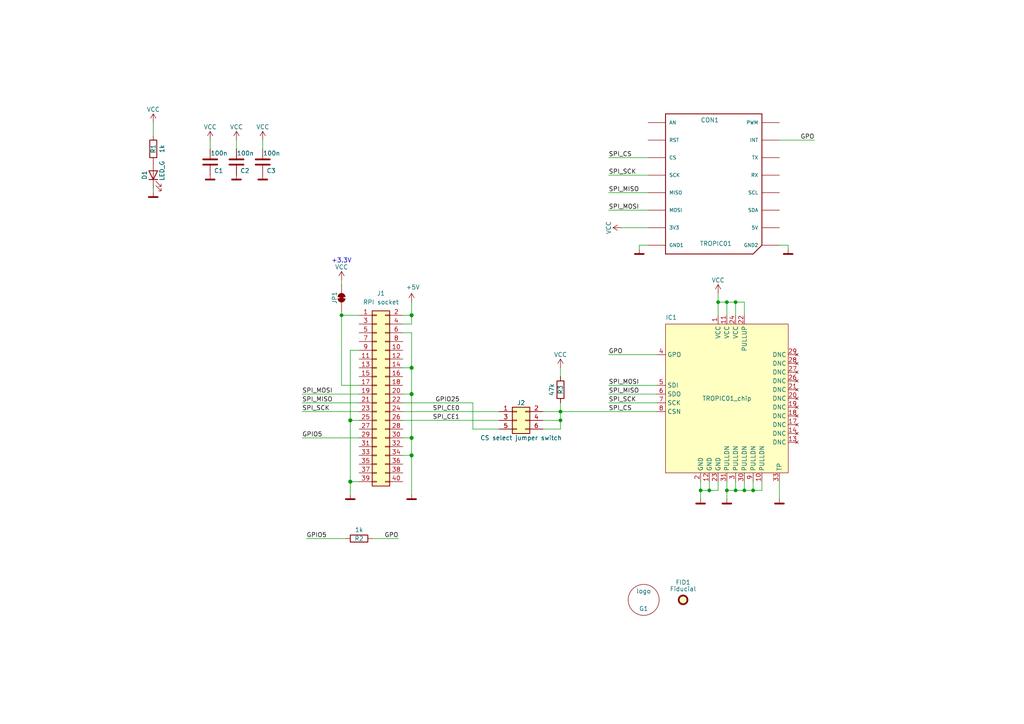
<source format=kicad_sch>
(kicad_sch (version 20231120) (generator "eeschema") (generator_version "8.0")
  (paper "A4")
  (title_block (title "TROPIC01 Raspberry PI  shield") (date "2025-02-18") (rev "TS1501"))
  (lib_symbols
    (symbol "Connector_Generic:Conn_02x03_Odd_Even" (pin_names (offset 1.016) hide)
      (property "Reference" "J" (at 1.27 5.08 0))
      (property "Value" "Conn_02x03_Odd_Even" (at 1.27 -5.08 0))
      (symbol "Conn_02x03_Odd_Even_1_1"
        (rectangle (start -1.27 -2.413) (end 0 -2.667) (stroke (width 0.1524)))
        (rectangle (start -1.27 0.127) (end 0 -0.127) (stroke (width 0.1524)))
        (rectangle (start -1.27 2.667) (end 0 2.413) (stroke (width 0.1524)))
        (rectangle (start -1.27 3.81) (end 3.81 -3.81) (stroke (width 0.254)) (fill (type background)))
        (rectangle (start 3.81 -2.413) (end 2.54 -2.667) (stroke (width 0.1524)))
        (rectangle (start 3.81 0.127) (end 2.54 -0.127) (stroke (width 0.1524)))
        (rectangle (start 3.81 2.667) (end 2.54 2.413) (stroke (width 0.1524)))
        (pin passive line (at -5.08 2.54 0) (length 3.81) (name "Pin_1") (number "1"))
        (pin passive line (at 7.62 2.54 180) (length 3.81) (name "Pin_2") (number "2"))
        (pin passive line (at -5.08 0 0) (length 3.81) (name "Pin_3") (number "3"))
        (pin passive line (at 7.62 0 180) (length 3.81) (name "Pin_4") (number "4"))
        (pin passive line (at -5.08 -2.54 0) (length 3.81) (name "Pin_5") (number "5"))
        (pin passive line (at 7.62 -2.54 180) (length 3.81) (name "Pin_6") (number "6"))
      )
    )
    (symbol "Connector_Generic:Conn_02x20_Odd_Even" (pin_names (offset 1.016) hide)
      (property "Reference" "J" (at 1.27 25.4 0))
      (property "Value" "Conn_02x20_Odd_Even" (at 1.27 -27.94 0))
      (symbol "Conn_02x20_Odd_Even_1_1"
        (rectangle (start -1.27 -25.273) (end 0 -25.527) (stroke (width 0.1524)))
        (rectangle (start -1.27 -22.733) (end 0 -22.987) (stroke (width 0.1524)))
        (rectangle (start -1.27 -20.193) (end 0 -20.447) (stroke (width 0.1524)))
        (rectangle (start -1.27 -17.653) (end 0 -17.907) (stroke (width 0.1524)))
        (rectangle (start -1.27 -15.113) (end 0 -15.367) (stroke (width 0.1524)))
        (rectangle (start -1.27 -12.573) (end 0 -12.827) (stroke (width 0.1524)))
        (rectangle (start -1.27 -10.033) (end 0 -10.287) (stroke (width 0.1524)))
        (rectangle (start -1.27 -7.493) (end 0 -7.747) (stroke (width 0.1524)))
        (rectangle (start -1.27 -4.953) (end 0 -5.207) (stroke (width 0.1524)))
        (rectangle (start -1.27 -2.413) (end 0 -2.667) (stroke (width 0.1524)))
        (rectangle (start -1.27 0.127) (end 0 -0.127) (stroke (width 0.1524)))
        (rectangle (start -1.27 2.667) (end 0 2.413) (stroke (width 0.1524)))
        (rectangle (start -1.27 5.207) (end 0 4.953) (stroke (width 0.1524)))
        (rectangle (start -1.27 7.747) (end 0 7.493) (stroke (width 0.1524)))
        (rectangle (start -1.27 10.287) (end 0 10.033) (stroke (width 0.1524)))
        (rectangle (start -1.27 12.827) (end 0 12.573) (stroke (width 0.1524)))
        (rectangle (start -1.27 15.367) (end 0 15.113) (stroke (width 0.1524)))
        (rectangle (start -1.27 17.907) (end 0 17.653) (stroke (width 0.1524)))
        (rectangle (start -1.27 20.447) (end 0 20.193) (stroke (width 0.1524)))
        (rectangle (start -1.27 22.987) (end 0 22.733) (stroke (width 0.1524)))
        (rectangle (start -1.27 24.13) (end 3.81 -26.67) (stroke (width 0.254)) (fill (type background)))
        (rectangle (start 3.81 -25.273) (end 2.54 -25.527) (stroke (width 0.1524)))
        (rectangle (start 3.81 -22.733) (end 2.54 -22.987) (stroke (width 0.1524)))
        (rectangle (start 3.81 -20.193) (end 2.54 -20.447) (stroke (width 0.1524)))
        (rectangle (start 3.81 -17.653) (end 2.54 -17.907) (stroke (width 0.1524)))
        (rectangle (start 3.81 -15.113) (end 2.54 -15.367) (stroke (width 0.1524)))
        (rectangle (start 3.81 -12.573) (end 2.54 -12.827) (stroke (width 0.1524)))
        (rectangle (start 3.81 -10.033) (end 2.54 -10.287) (stroke (width 0.1524)))
        (rectangle (start 3.81 -7.493) (end 2.54 -7.747) (stroke (width 0.1524)))
        (rectangle (start 3.81 -4.953) (end 2.54 -5.207) (stroke (width 0.1524)))
        (rectangle (start 3.81 -2.413) (end 2.54 -2.667) (stroke (width 0.1524)))
        (rectangle (start 3.81 0.127) (end 2.54 -0.127) (stroke (width 0.1524)))
        (rectangle (start 3.81 2.667) (end 2.54 2.413) (stroke (width 0.1524)))
        (rectangle (start 3.81 5.207) (end 2.54 4.953) (stroke (width 0.1524)))
        (rectangle (start 3.81 7.747) (end 2.54 7.493) (stroke (width 0.1524)))
        (rectangle (start 3.81 10.287) (end 2.54 10.033) (stroke (width 0.1524)))
        (rectangle (start 3.81 12.827) (end 2.54 12.573) (stroke (width 0.1524)))
        (rectangle (start 3.81 15.367) (end 2.54 15.113) (stroke (width 0.1524)))
        (rectangle (start 3.81 17.907) (end 2.54 17.653) (stroke (width 0.1524)))
        (rectangle (start 3.81 20.447) (end 2.54 20.193) (stroke (width 0.1524)))
        (rectangle (start 3.81 22.987) (end 2.54 22.733) (stroke (width 0.1524)))
        (pin passive line (at -5.08 22.86 0) (length 3.81) (name "Pin_1") (number "1"))
        (pin passive line (at 7.62 12.7 180) (length 3.81) (name "Pin_10") (number "10"))
        (pin passive line (at -5.08 10.16 0) (length 3.81) (name "Pin_11") (number "11"))
        (pin passive line (at 7.62 10.16 180) (length 3.81) (name "Pin_12") (number "12"))
        (pin passive line (at -5.08 7.62 0) (length 3.81) (name "Pin_13") (number "13"))
        (pin passive line (at 7.62 7.62 180) (length 3.81) (name "Pin_14") (number "14"))
        (pin passive line (at -5.08 5.08 0) (length 3.81) (name "Pin_15") (number "15"))
        (pin passive line (at 7.62 5.08 180) (length 3.81) (name "Pin_16") (number "16"))
        (pin passive line (at -5.08 2.54 0) (length 3.81) (name "Pin_17") (number "17"))
        (pin passive line (at 7.62 2.54 180) (length 3.81) (name "Pin_18") (number "18"))
        (pin passive line (at -5.08 0 0) (length 3.81) (name "Pin_19") (number "19"))
        (pin passive line (at 7.62 22.86 180) (length 3.81) (name "Pin_2") (number "2"))
        (pin passive line (at 7.62 0 180) (length 3.81) (name "Pin_20") (number "20"))
        (pin passive line (at -5.08 -2.54 0) (length 3.81) (name "Pin_21") (number "21"))
        (pin passive line (at 7.62 -2.54 180) (length 3.81) (name "Pin_22") (number "22"))
        (pin passive line (at -5.08 -5.08 0) (length 3.81) (name "Pin_23") (number "23"))
        (pin passive line (at 7.62 -5.08 180) (length 3.81) (name "Pin_24") (number "24"))
        (pin passive line (at -5.08 -7.62 0) (length 3.81) (name "Pin_25") (number "25"))
        (pin passive line (at 7.62 -7.62 180) (length 3.81) (name "Pin_26") (number "26"))
        (pin passive line (at -5.08 -10.16 0) (length 3.81) (name "Pin_27") (number "27"))
        (pin passive line (at 7.62 -10.16 180) (length 3.81) (name "Pin_28") (number "28"))
        (pin passive line (at -5.08 -12.7 0) (length 3.81) (name "Pin_29") (number "29"))
        (pin passive line (at -5.08 20.32 0) (length 3.81) (name "Pin_3") (number "3"))
        (pin passive line (at 7.62 -12.7 180) (length 3.81) (name "Pin_30") (number "30"))
        (pin passive line (at -5.08 -15.24 0) (length 3.81) (name "Pin_31") (number "31"))
        (pin passive line (at 7.62 -15.24 180) (length 3.81) (name "Pin_32") (number "32"))
        (pin passive line (at -5.08 -17.78 0) (length 3.81) (name "Pin_33") (number "33"))
        (pin passive line (at 7.62 -17.78 180) (length 3.81) (name "Pin_34") (number "34"))
        (pin passive line (at -5.08 -20.32 0) (length 3.81) (name "Pin_35") (number "35"))
        (pin passive line (at 7.62 -20.32 180) (length 3.81) (name "Pin_36") (number "36"))
        (pin passive line (at -5.08 -22.86 0) (length 3.81) (name "Pin_37") (number "37"))
        (pin passive line (at 7.62 -22.86 180) (length 3.81) (name "Pin_38") (number "38"))
        (pin passive line (at -5.08 -25.4 0) (length 3.81) (name "Pin_39") (number "39"))
        (pin passive line (at 7.62 20.32 180) (length 3.81) (name "Pin_4") (number "4"))
        (pin passive line (at 7.62 -25.4 180) (length 3.81) (name "Pin_40") (number "40"))
        (pin passive line (at -5.08 17.78 0) (length 3.81) (name "Pin_5") (number "5"))
        (pin passive line (at 7.62 17.78 180) (length 3.81) (name "Pin_6") (number "6"))
        (pin passive line (at -5.08 15.24 0) (length 3.81) (name "Pin_7") (number "7"))
        (pin passive line (at 7.62 15.24 180) (length 3.81) (name "Pin_8") (number "8"))
        (pin passive line (at -5.08 12.7 0) (length 3.81) (name "Pin_9") (number "9"))
      )
    )
    (symbol "Device:C" (pin_numbers hide) (pin_names (offset 0.254))
      (property "Reference" "C" (at 0.635 2.54 0))
      (property "Value" "C" (at 0.635 -2.54 0))
      (symbol "C_0_1"
        (polyline (pts (xy -2.032 -0.762) (xy 2.032 -0.762)) (stroke (width 0.508)))
        (polyline (pts (xy -2.032 0.762) (xy 2.032 0.762)) (stroke (width 0.508)))
      )
      (symbol "C_1_1"
        (pin passive line (at 0 3.81 270) (length 2.794) (name "~") (number "1"))
        (pin passive line (at 0 -3.81 90) (length 2.794) (name "~") (number "2"))
      )
    )
    (symbol "Device:LED" (pin_numbers hide) (pin_names (offset 1.016) hide)
      (property "Reference" "D" (at 0 2.54 0))
      (property "Value" "LED" (at 0 -2.54 0))
      (symbol "LED_0_1"
        (polyline (pts (xy -1.27 -1.27) (xy -1.27 1.27)) (stroke (width 0.254)))
        (polyline (pts (xy -1.27 0) (xy 1.27 0)))
        (polyline (pts (xy 1.27 -1.27) (xy 1.27 1.27) (xy -1.27 0) (xy 1.27 -1.27)) (stroke (width 0.254)))
        (polyline (pts (xy -3.048 -0.762) (xy -4.572 -2.286) (xy -3.81 -2.286) (xy -4.572 -2.286) (xy -4.572 -1.524)))
        (polyline (pts (xy -1.778 -0.762) (xy -3.302 -2.286) (xy -2.54 -2.286) (xy -3.302 -2.286) (xy -3.302 -1.524)))
      )
      (symbol "LED_1_1"
        (pin passive line (at -3.81 0 0) (length 2.54) (name "K") (number "1"))
        (pin passive line (at 3.81 0 180) (length 2.54) (name "A") (number "2"))
      )
    )
    (symbol "Device:R" (pin_numbers hide) (pin_names (offset 0))
      (property "Reference" "R" (at 2.032 0 90))
      (property "Value" "R" (at 0 0 90))
      (symbol "R_0_1"
        (rectangle (start -1.016 -2.54) (end 1.016 2.54) (stroke (width 0.254)))
      )
      (symbol "R_1_1"
        (pin passive line (at 0 3.81 270) (length 1.27) (name "~") (number "1"))
        (pin passive line (at 0 -3.81 90) (length 1.27) (name "~") (number "2"))
      )
    )
    (symbol "Jumper:SolderJumper_2_Bridged" (pin_numbers hide) (pin_names (offset 0) hide) (exclude_from_sim yes) (in_bom no)
      (property "Reference" "JP" (at 0 2.032 0))
      (property "Value" "SolderJumper_2_Bridged" (at 0 -2.54 0))
      (symbol "SolderJumper_2_Bridged_0_1"
        (rectangle (start -0.508 0.508) (end 0.508 -0.508) (fill (type outline)))
        (arc (start -0.254 1.016) (mid -1.2656 0) (end -0.254 -1.016))
        (arc (start -0.254 1.016) (mid -1.2656 0) (end -0.254 -1.016) (fill (type outline)))
        (polyline (pts (xy -0.254 1.016) (xy -0.254 -1.016)))
        (polyline (pts (xy 0.254 1.016) (xy 0.254 -1.016)))
        (arc (start 0.254 -1.016) (mid 1.2656 0) (end 0.254 1.016))
        (arc (start 0.254 -1.016) (mid 1.2656 0) (end 0.254 1.016) (fill (type outline)))
      )
      (symbol "SolderJumper_2_Bridged_1_1"
        (pin passive line (at -3.81 0 0) (length 2.54) (name "A") (number "1"))
        (pin passive line (at 3.81 0 180) (length 2.54) (name "B") (number "2"))
      )
    )
    (symbol "Mechanical:Fiducial" (exclude_from_sim yes) (in_bom no)
      (property "Reference" "FID" (at 0 5.08 0))
      (property "Value" "Fiducial" (at 0 3.175 0))
      (symbol "Fiducial_0_1"
        (circle (center 0 0) (radius 1.27) (stroke (width 0.508)) (fill (type background)))
      )
    )
    (symbol "common:GND" (power) (pin_names (offset 0)) (in_bom no)
      (symbol "GND_0_1"
        (polyline (pts (xy -1.27 -1.27) (xy 1.27 -1.27)) (stroke (width 0.508)))
        (polyline (pts (xy 0 0) (xy 0 -1.27)))
      )
      (symbol "GND_1_1"
        (pin power_in line (at 0 0 270) (length 0) hide (name "GND") (number "1"))
      )
    )
    (symbol "common:VCC" (power) (pin_names (offset 0))
      (property "Value" "VCC" (at 0 3.81 0))
      (symbol "VCC_0_1"
        (polyline (pts (xy -0.762 1.27) (xy 0 2.54)))
        (polyline (pts (xy 0 0) (xy 0 2.54)))
        (polyline (pts (xy 0 2.54) (xy 0.762 1.27)))
      )
      (symbol "VCC_1_1"
        (pin power_in line (at 0 0 90) (length 0) hide (name "VCC") (number "1"))
      )
    )
    (symbol "mikroBUS:MIKROBUS_MODULE_CONN" (pin_numbers hide) (pin_names (offset 1.016))
      (property "Reference" "CON" (at 10.16 38.1 0))
      (property "Value" "MIKROBUS_MODULE_CONN" (at 2.54 3.81 0))
      (symbol "MIKROBUS_MODULE_CONN_0_0"
        (polyline (pts (xy 0 0) (xy 0 40.64)) (stroke (width 0.254)))
        (polyline (pts (xy 0 40.64) (xy 27.94 40.64)) (stroke (width 0.254)))
        (polyline (pts (xy 25.4 0) (xy 0 0)) (stroke (width 0.254)))
        (polyline (pts (xy 27.94 2.54) (xy 25.4 0)) (stroke (width 0.254)))
        (polyline (pts (xy 27.94 40.64) (xy 27.94 2.54)) (stroke (width 0.254)))
        (pin bidirectional line (at -5.08 38.1 0) (length 5.08) (name "AN") (number "P1"))
        (pin power_in line (at 33.02 7.62 180) (length 5.08) (name "5V") (number "P10"))
        (pin bidirectional line (at 33.02 12.7 180) (length 5.08) (name "SDA") (number "P11"))
        (pin bidirectional line (at 33.02 17.78 180) (length 5.08) (name "SCL") (number "P12"))
        (pin bidirectional line (at 33.02 22.86 180) (length 5.08) (name "RX") (number "P13"))
        (pin bidirectional line (at 33.02 27.94 180) (length 5.08) (name "TX") (number "P14"))
        (pin bidirectional line (at 33.02 33.02 180) (length 5.08) (name "INT") (number "P15"))
        (pin bidirectional line (at 33.02 38.1 180) (length 5.08) (name "PWM") (number "P16"))
        (pin bidirectional line (at -5.08 33.02 0) (length 5.08) (name "RST") (number "P2"))
        (pin bidirectional line (at -5.08 27.94 0) (length 5.08) (name "CS") (number "P3"))
        (pin bidirectional line (at -5.08 22.86 0) (length 5.08) (name "SCK") (number "P4"))
        (pin bidirectional line (at -5.08 17.78 0) (length 5.08) (name "MISO") (number "P5"))
        (pin bidirectional line (at -5.08 12.7 0) (length 5.08) (name "MOSI") (number "P6"))
        (pin power_in line (at -5.08 7.62 0) (length 5.08) (name "3V3") (number "P7"))
        (pin bidirectional line (at -5.08 2.54 0) (length 5.08) (name "GND1") (number "P8"))
        (pin bidirectional line (at 33.02 2.54 180) (length 5.08) (name "GND2") (number "P9"))
      )
    )
    (symbol "power:+5V" (power) (pin_numbers hide) (pin_names (offset 0) hide)
      (property "Value" "+5V" (at 0 3.556 0))
      (symbol "+5V_0_1"
        (polyline (pts (xy -0.762 1.27) (xy 0 2.54)))
        (polyline (pts (xy 0 0) (xy 0 2.54)))
        (polyline (pts (xy 0 2.54) (xy 0.762 1.27)))
      )
      (symbol "+5V_1_1"
        (pin power_in line (at 0 0 90) (length 0) (name "~") (number "1"))
      )
    )
    (symbol "tropicsquare:TROPIC01_chip_pub"
      (property "Reference" "IC" (at -17.78 23.495 0))
      (property "Value" "TROPIC01_chip" (at 0 0 0))
      (symbol "TROPIC01_chip_pub_0_1"
        (rectangle (start -17.78 21.59) (end 17.78 -21.59) (stroke (width 0.1524)) (fill (type background)))
      )
      (symbol "TROPIC01_chip_pub_1_1"
        (pin power_in line (at -2.54 24.13 270) (length 2.54) (name "VCC") (number "1"))
        (pin input line (at 10.16 -24.13 90) (length 2.54) (name "PULLDN") (number "10"))
        (pin power_in line (at 0 24.13 270) (length 2.54) (name "VCC") (number "11"))
        (pin power_in line (at -5.08 -24.13 90) (length 2.54) (name "GND") (number "12"))
        (pin no_connect line (at 20.32 -12.7 180) (length 2.54) (name "DNC") (number "13"))
        (pin no_connect line (at 20.32 -10.16 180) (length 2.54) (name "DNC") (number "14"))
        (pin no_connect line (at 20.32 -7.62 180) (length 2.54) (name "DNC") (number "17"))
        (pin no_connect line (at 20.32 -5.08 180) (length 2.54) (name "DNC") (number "18"))
        (pin no_connect line (at 20.32 -2.54 180) (length 2.54) (name "DNC") (number "19"))
        (pin power_in line (at -7.62 -24.13 90) (length 2.54) (name "GND") (number "2"))
        (pin no_connect line (at 20.32 0 180) (length 2.54) (name "DNC") (number "20"))
        (pin no_connect line (at 20.32 2.54 180) (length 2.54) (name "DNC") (number "21"))
        (pin input line (at 5.08 24.13 270) (length 2.54) (name "PULLUP") (number "22"))
        (pin power_in line (at -2.54 -24.13 90) (length 2.54) (name "GND") (number "23"))
        (pin power_in line (at 2.54 24.13 270) (length 2.54) (name "VCC") (number "24"))
        (pin no_connect line (at 20.32 5.08 180) (length 2.54) (name "DNC") (number "26"))
        (pin no_connect line (at 20.32 7.62 180) (length 2.54) (name "DNC") (number "27"))
        (pin no_connect line (at 20.32 10.16 180) (length 2.54) (name "DNC") (number "28"))
        (pin no_connect line (at 20.32 12.7 180) (length 2.54) (name "DNC") (number "29"))
        (pin input line (at 2.54 -24.13 90) (length 2.54) (name "PULLDN") (number "3"))
        (pin input line (at 5.08 -24.13 90) (length 2.54) (name "PULLDN") (number "30"))
        (pin input line (at 0 -24.13 90) (length 2.54) (name "PULLDN") (number "31"))
        (pin passive line (at 15.24 -24.13 90) (length 2.54) (name "TP") (number "33"))
        (pin output line (at -20.32 12.7 0) (length 2.54) (name "GPO") (number "4"))
        (pin input line (at -20.32 3.81 0) (length 2.54) (name "SDI") (number "5"))
        (pin output line (at -20.32 1.27 0) (length 2.54) (name "SDO") (number "6"))
        (pin input line (at -20.32 -1.27 0) (length 2.54) (name "SCK") (number "7"))
        (pin input line (at -20.32 -3.81 0) (length 2.54) (name "CSN") (number "8"))
        (pin input line (at 7.62 -24.13 90) (length 2.54) (name "PULLDN") (number "9"))
      )
    )
    (symbol "tropicsquare:logo" (pin_numbers hide) (pin_names (offset 0) hide) (in_bom no)
      (property "Reference" "G" (at 0 -2.54 0))
      (property "Value" "logo" (at 0 2.54 0))
      (symbol "logo_0_1"
        (circle (center 0 0) (radius 4.4901) (stroke (width 0.1524)))
      )
    )
  )
  (junction (at 119.38 127) (diameter 1.016))
  (junction (at 210.82 87.63))
  (junction (at 162.56 121.92))
  (junction (at 213.36 142.24))
  (junction (at 119.38 106.68) (diameter 1.016))
  (junction (at 213.36 87.63))
  (junction (at 119.38 114.3) (diameter 1.016))
  (junction (at 208.28 87.63))
  (junction (at 203.2 142.24))
  (junction (at 215.9 142.24))
  (junction (at 99.06 91.44))
  (junction (at 101.6 139.7) (diameter 1.016))
  (junction (at 205.74 142.24))
  (junction (at 162.56 119.38))
  (junction (at 218.44 142.24))
  (junction (at 101.6 121.92) (diameter 1.016))
  (junction (at 119.38 132.08) (diameter 1.016))
  (junction (at 119.38 91.44) (diameter 1.016))
  (junction (at 210.82 142.24))
  (wire (pts (xy 119.38 127) (xy 116.84 127)))
  (wire (pts (xy 162.56 121.92) (xy 162.56 119.38)))
  (wire (pts (xy 187.96 55.88) (xy 176.53 55.88)))
  (wire (pts (xy 87.63 119.38) (xy 104.14 119.38)))
  (wire (pts (xy 205.74 139.7) (xy 205.74 142.24)))
  (wire (pts (xy 99.06 111.76) (xy 104.14 111.76)))
  (wire (pts (xy 176.53 111.76) (xy 190.5 111.76)))
  (wire (pts (xy 162.56 106.68) (xy 162.56 109.22)))
  (wire (pts (xy 215.9 142.24) (xy 213.36 142.24)))
  (wire (pts (xy 60.96 40.64) (xy 60.96 43.18)))
  (wire (pts (xy 208.28 85.09) (xy 208.28 87.63)))
  (wire (pts (xy 215.9 139.7) (xy 215.9 142.24)))
  (wire (pts (xy 119.38 91.44) (xy 119.38 93.98)))
  (wire (pts (xy 176.53 102.87) (xy 190.5 102.87)))
  (wire (pts (xy 101.6 139.7) (xy 101.6 143.51)))
  (wire (pts (xy 162.56 119.38) (xy 190.5 119.38)))
  (wire (pts (xy 213.36 139.7) (xy 213.36 142.24)))
  (wire (pts (xy 137.16 124.46) (xy 144.78 124.46)))
  (wire (pts (xy 87.63 127) (xy 104.14 127)))
  (wire (pts (xy 87.63 116.84) (xy 104.14 116.84)))
  (wire (pts (xy 68.58 40.64) (xy 68.58 43.18)))
  (wire (pts (xy 210.82 87.63) (xy 213.36 87.63)))
  (wire (pts (xy 99.06 90.17) (xy 99.06 91.44)))
  (wire (pts (xy 119.38 127) (xy 119.38 132.08)))
  (wire (pts (xy 185.42 72.39) (xy 185.42 71.12)))
  (wire (pts (xy 119.38 96.52) (xy 116.84 96.52)))
  (wire (pts (xy 213.36 87.63) (xy 213.36 91.44)))
  (wire (pts (xy 226.06 40.64) (xy 236.22 40.64)))
  (wire (pts (xy 203.2 142.24) (xy 203.2 144.78)))
  (wire (pts (xy 203.2 139.7) (xy 203.2 142.24)))
  (wire (pts (xy 218.44 139.7) (xy 218.44 142.24)))
  (wire (pts (xy 119.38 106.68) (xy 119.38 114.3)))
  (wire (pts (xy 119.38 132.08) (xy 116.84 132.08)))
  (wire (pts (xy 213.36 87.63) (xy 215.9 87.63)))
  (wire (pts (xy 99.06 81.28) (xy 99.06 82.55)))
  (wire (pts (xy 162.56 119.38) (xy 162.56 116.84)))
  (wire (pts (xy 210.82 139.7) (xy 210.82 142.24)))
  (wire (pts (xy 180.34 66.04) (xy 187.96 66.04)))
  (wire (pts (xy 220.98 139.7) (xy 220.98 142.24)))
  (wire (pts (xy 119.38 93.98) (xy 116.84 93.98)))
  (wire (pts (xy 44.45 54.61) (xy 44.45 55.88)))
  (wire (pts (xy 208.28 87.63) (xy 208.28 91.44)))
  (wire (pts (xy 107.95 156.21) (xy 115.57 156.21)))
  (wire (pts (xy 116.84 121.92) (xy 144.78 121.92)))
  (wire (pts (xy 210.82 142.24) (xy 210.82 144.78)))
  (wire (pts (xy 116.84 116.84) (xy 137.16 116.84)))
  (wire (pts (xy 176.53 116.84) (xy 190.5 116.84)))
  (wire (pts (xy 88.9 156.21) (xy 100.33 156.21)))
  (wire (pts (xy 187.96 50.8) (xy 176.53 50.8)))
  (wire (pts (xy 176.53 114.3) (xy 190.5 114.3)))
  (wire (pts (xy 185.42 71.12) (xy 187.96 71.12)))
  (wire (pts (xy 101.6 101.6) (xy 101.6 121.92)))
  (wire (pts (xy 119.38 114.3) (xy 119.38 127)))
  (wire (pts (xy 76.2 40.64) (xy 76.2 43.18)))
  (wire (pts (xy 119.38 96.52) (xy 119.38 106.68)))
  (wire (pts (xy 210.82 87.63) (xy 210.82 91.44)))
  (wire (pts (xy 208.28 87.63) (xy 210.82 87.63)))
  (wire (pts (xy 228.6 71.12) (xy 228.6 72.39)))
  (wire (pts (xy 99.06 91.44) (xy 104.14 91.44)))
  (wire (pts (xy 101.6 121.92) (xy 104.14 121.92)))
  (wire (pts (xy 116.84 119.38) (xy 144.78 119.38)))
  (wire (pts (xy 44.45 35.56) (xy 44.45 39.37)))
  (wire (pts (xy 226.06 139.7) (xy 226.06 144.78)))
  (wire (pts (xy 87.63 114.3) (xy 104.14 114.3)))
  (wire (pts (xy 119.38 114.3) (xy 116.84 114.3)))
  (wire (pts (xy 187.96 45.72) (xy 176.53 45.72)))
  (wire (pts (xy 215.9 87.63) (xy 215.9 91.44)))
  (wire (pts (xy 137.16 116.84) (xy 137.16 124.46)))
  (wire (pts (xy 157.48 119.38) (xy 162.56 119.38)))
  (wire (pts (xy 101.6 121.92) (xy 101.6 139.7)))
  (wire (pts (xy 226.06 71.12) (xy 228.6 71.12)))
  (wire (pts (xy 218.44 142.24) (xy 215.9 142.24)))
  (wire (pts (xy 157.48 124.46) (xy 162.56 124.46)))
  (wire (pts (xy 208.28 142.24) (xy 205.74 142.24)))
  (wire (pts (xy 101.6 101.6) (xy 104.14 101.6)))
  (wire (pts (xy 119.38 106.68) (xy 116.84 106.68)))
  (wire (pts (xy 220.98 142.24) (xy 218.44 142.24)))
  (wire (pts (xy 187.96 60.96) (xy 176.53 60.96)))
  (wire (pts (xy 208.28 139.7) (xy 208.28 142.24)))
  (wire (pts (xy 157.48 121.92) (xy 162.56 121.92)))
  (wire (pts (xy 205.74 142.24) (xy 203.2 142.24)))
  (wire (pts (xy 101.6 139.7) (xy 104.14 139.7)))
  (wire (pts (xy 119.38 87.63) (xy 119.38 91.44)))
  (wire (pts (xy 213.36 142.24) (xy 210.82 142.24)))
  (wire (pts (xy 99.06 91.44) (xy 99.06 111.76)))
  (wire (pts (xy 119.38 91.44) (xy 116.84 91.44)))
  (wire (pts (xy 162.56 124.46) (xy 162.56 121.92)))
  (wire (pts (xy 119.38 132.08) (xy 119.38 143.51)))
  (text "+3.3V" (at 99.06 75.692 0) (effects (font (size 1.27 1.27))))
  (label "GPO" (at 176.53 102.87 0))
  (label "GPIO25" (at 133.35 116.84 180))
  (label "SPI_CE0" (at 133.35 119.38 180))
  (label "GPIO5" (at 87.63 127 0))
  (label "SPI_MISO" (at 87.63 116.84 0))
  (label "GPIO5" (at 88.9 156.21 0))
  (label "SPI_MOSI" (at 176.53 111.76 0))
  (label "SPI_CS" (at 176.53 119.38 0))
  (label "SPI_MOSI" (at 176.53 60.96 0))
  (label "SPI_MISO" (at 176.53 55.88 0))
  (label "SPI_SCK" (at 87.63 119.38 0))
  (label "SPI_CS" (at 176.53 45.72 0))
  (label "SPI_MISO" (at 176.53 114.3 0))
  (label "SPI_SCK" (at 176.53 116.84 0))
  (label "GPO" (at 236.22 40.64 180))
  (label "SPI_MOSI" (at 87.63 114.3 0))
  (label "GPO" (at 115.57 156.21 180))
  (label "SPI_CE1" (at 133.35 121.92 180))
  (label "SPI_SCK" (at 176.53 50.8 0))
  (symbol (lib_id "common:GND") (at 76.2 50.8 0) (unit 1) (in_bom no)
    (property "Reference" "#PWR015" (effects (hide yes)))
    (property "Value" "GND" (effects (hide yes)))
  )
  (symbol (lib_id "common:VCC") (at 60.96 40.64 0) (unit 1)
    (property "Reference" "#PWR08" (effects (hide yes)))
    (property "Value" "VCC" (at 60.96 36.83 0))
  )
  (symbol (lib_id "Device:C") (at 60.96 46.99 180) (unit 1)
    (property "Reference" "C1" (at 64.77 49.53 0) (effects (justify left)))
    (property "Value" "100n" (at 66.04 44.45 0) (effects (justify left)))
    (property "Footprint" "Capacitor_SMD:C_0805_2012Metric_Pad1.18x1.45mm_HandSolder" (effects (hide yes)))
    (property "OC_MOUSER" "187-CL21B104KBFNNNE" (effects (hide yes)))
  )
  (symbol (lib_id "common:VCC") (at 44.45 35.56 0) (unit 1)
    (property "Reference" "#PWR01" (effects (hide yes)))
    (property "Value" "VCC" (at 44.45 31.75 0))
  )
  (symbol (lib_id "power:+5V") (at 119.38 87.63 0) (unit 1)
    (property "Reference" "#PWR05" (effects (hide yes)))
    (property "Value" "+5V" (at 119.7483 83.3056 0))
  )
  (symbol (lib_id "tropicsquare:TROPIC01_chip_pub") (at 210.82 115.57 0) (unit 1)
    (property "Reference" "IC1" (at 193.04 92.075 0) (effects (justify left)))
    (property "Value" "TROPIC01_chip" (at 210.82 115.57 0))
    (property "Footprint" "tropic01_chip:QFN-32-1EP_4x4mm_P0.4mm_EP2.65x2.65mm" (effects (hide yes)))
    (property "Description" "Cryptographic coprocessor and MAC" (effects (hide yes)))
  )
  (symbol (lib_id "common:VCC") (at 208.28 85.09 0) (unit 1)
    (property "Reference" "#PWR011" (effects (hide yes)))
    (property "Value" "VCC" (at 208.28 81.28 0))
  )
  (symbol (lib_id "Connector_Generic:Conn_02x20_Odd_Even") (at 109.22 114.3 0) (unit 1)
    (property "Reference" "J1" (at 110.49 85.09 0))
    (property "Value" "RPI socket" (at 110.49 87.63 0))
    (property "Footprint" "shields:RPI_Hat_B+" (effects (hide yes)))
    (property "Description" "Generic connector, double row, 02x20, odd/even pin numbering scheme (row 1 odd numbers, row 2 even numbers), script generated (kicad-library-utils/schlib/autogen/connector/)" (effects (hide yes)))
    (property "OC_MOUSER" "474-PRT-16763" (effects (hide yes)))
  )
  (symbol (lib_id "common:GND") (at 185.42 72.39 0) (unit 1) (in_bom no)
    (property "Reference" "#PWR06" (effects (hide yes)))
    (property "Value" "GND" (effects (hide yes)))
  )
  (symbol (lib_id "Connector_Generic:Conn_02x03_Odd_Even") (at 149.86 121.92 0) (unit 1)
    (property "Reference" "J2" (at 151.13 116.84 0))
    (property "Value" "CS select jumper switch" (at 151.13 127 0))
    (property "Footprint" "Connector_PinHeader_2.54mm:PinHeader_2x03_P2.54mm_Vertical" (effects (hide yes)))
    (property "Description" "Generic connector, double row, 02x03, odd/even pin numbering scheme (row 1 odd numbers, row 2 even numbers), script generated (kicad-library-utils/schlib/autogen/connector/)" (effects (hide yes)))
    (property "OC_MOUSER" " 653-XG8T-0641  + 653-XJ8A-0211" (effects (hide yes)))
  )
  (symbol (lib_id "common:VCC") (at 180.34 66.04 90) (unit 1)
    (property "Reference" "#PWR03" (effects (hide yes)))
    (property "Value" "VCC" (at 176.53 66.04 0))
  )
  (symbol (lib_id "Device:R") (at 162.56 113.03 180) (unit 1)
    (property "Reference" "R3" (at 162.56 113.03 90))
    (property "Value" "47k" (at 160.02 113.03 90))
    (property "Footprint" "Resistor_SMD:R_0805_2012Metric_Pad1.20x1.40mm_HandSolder" (effects (hide yes)))
    (property "OC_MOUSER" "603-RC0805JR-0747KL" (effects (hide yes)))
  )
  (symbol (lib_id "common:VCC") (at 68.58 40.64 0) (unit 1)
    (property "Reference" "#PWR09" (effects (hide yes)))
    (property "Value" "VCC" (at 68.58 36.83 0))
  )
  (symbol (lib_id "tropicsquare:logo") (at 186.69 173.99 0) (unit 1) (in_bom no)
    (property "Reference" "G1" (at 186.69 176.53 0))
    (property "Value" "logo" (at 186.69 171.45 0))
    (property "Footprint" "ts_logo:tropicsquare_logo" (effects (hide yes)))
  )
  (symbol (lib_id "common:GND") (at 226.06 144.78 0) (mirror y) (unit 1) (in_bom no)
    (property "Reference" "#PWR020" (effects (hide yes)))
    (property "Value" "GND" (effects (hide yes)))
  )
  (symbol (lib_id "Device:R") (at 44.45 43.18 180) (unit 1)
    (property "Reference" "R1" (at 44.45 43.18 90))
    (property "Value" "1k" (at 46.99 43.18 90))
    (property "Footprint" "Resistor_SMD:R_0805_2012Metric_Pad1.20x1.40mm_HandSolder" (effects (hide yes)))
    (property "OC_MOUSER" "603-RC0805JR-071KL" (effects (hide yes)))
  )
  (symbol (lib_id "common:GND") (at 68.58 50.8 0) (unit 1) (in_bom no)
    (property "Reference" "#PWR014" (effects (hide yes)))
    (property "Value" "GND" (effects (hide yes)))
  )
  (symbol (lib_id "common:GND") (at 228.6 72.39 0) (unit 1) (in_bom no)
    (property "Reference" "#PWR07" (effects (hide yes)))
    (property "Value" "GND" (effects (hide yes)))
  )
  (symbol (lib_id "common:VCC") (at 99.06 81.28 0) (unit 1)
    (property "Reference" "#PWR04" (effects (hide yes)))
    (property "Value" "VCC" (at 99.06 77.47 0))
  )
  (symbol (lib_id "common:GND") (at 101.6 143.51 0) (mirror y) (unit 1) (in_bom no)
    (property "Reference" "#PWR016" (effects (hide yes)))
    (property "Value" "GND" (effects (hide yes)))
  )
  (symbol (lib_id "common:VCC") (at 76.2 40.64 0) (unit 1)
    (property "Reference" "#PWR010" (effects (hide yes)))
    (property "Value" "VCC" (at 76.2 36.83 0))
  )
  (symbol (lib_id "common:GND") (at 119.38 143.51 0) (mirror y) (unit 1) (in_bom no)
    (property "Reference" "#PWR017" (effects (hide yes)))
    (property "Value" "GND" (effects (hide yes)))
  )
  (symbol (lib_id "Device:C") (at 68.58 46.99 180) (unit 1)
    (property "Reference" "C2" (at 72.39 49.53 0) (effects (justify left)))
    (property "Value" "100n" (at 73.66 44.45 0) (effects (justify left)))
    (property "Footprint" "Capacitor_SMD:C_0805_2012Metric_Pad1.18x1.45mm_HandSolder" (effects (hide yes)))
    (property "OC_MOUSER" "187-CL21B104KBFNNNE" (effects (hide yes)))
  )
  (symbol (lib_id "Mechanical:Fiducial") (at 198.12 173.99 0) (unit 1) (exclude_from_sim yes) (in_bom no)
    (property "Reference" "FID1" (at 198.12 168.91 0))
    (property "Value" "Fiducial" (at 198.12 170.815 0))
    (property "Footprint" "Fiducial:Fiducial_0.5mm_Mask1mm" (effects (hide yes)))
    (property "Description" "Fiducial Marker" (effects (hide yes)))
  )
  (symbol (lib_id "common:VCC") (at 162.56 106.68 0) (unit 1)
    (property "Reference" "#PWR012" (effects (hide yes)))
    (property "Value" "VCC" (at 162.56 102.87 0))
  )
  (symbol (lib_id "Device:C") (at 76.2 46.99 180) (unit 1)
    (property "Reference" "C3" (at 80.01 49.53 0) (effects (justify left)))
    (property "Value" "100n" (at 81.28 44.45 0) (effects (justify left)))
    (property "Footprint" "Capacitor_SMD:C_0805_2012Metric_Pad1.18x1.45mm_HandSolder" (effects (hide yes)))
    (property "OC_MOUSER" "187-CL21B104KBFNNNE" (effects (hide yes)))
  )
  (symbol (lib_id "common:GND") (at 44.45 55.88 0) (unit 1) (in_bom no)
    (property "Reference" "#PWR02" (effects (hide yes)))
    (property "Value" "GND" (effects (hide yes)))
  )
  (symbol (lib_id "common:GND") (at 203.2 144.78 0) (mirror y) (unit 1) (in_bom no)
    (property "Reference" "#PWR018" (effects (hide yes)))
    (property "Value" "GND" (effects (hide yes)))
  )
  (symbol (lib_id "Jumper:SolderJumper_2_Bridged") (at 99.06 86.36 90) (unit 1) (exclude_from_sim yes) (in_bom no)
    (property "Reference" "JP1" (at 97.028 86.36 0))
    (property "Value" "SolderJumper_2_Bridged" (effects (hide yes)))
    (property "Footprint" "_mechanical:SolderJumper-2_P1.3mm_Bridged" (effects (hide yes)))
    (property "Description" "Solder Jumper, 2-pole, closed/bridged" (effects (hide yes)))
  )
  (symbol (lib_id "common:GND") (at 210.82 144.78 0) (mirror y) (unit 1) (in_bom no)
    (property "Reference" "#PWR019" (effects (hide yes)))
    (property "Value" "GND" (effects (hide yes)))
  )
  (symbol (lib_id "Device:LED") (at 44.45 50.8 90) (unit 1)
    (property "Reference" "D1" (at 41.91 50.8 0))
    (property "Value" "LED_G" (at 46.99 49.53 0))
    (property "Footprint" "LED_SMD:LED_0805_2012Metric" (effects (hide yes)))
    (property "OC_MOUSER" "710-150080GS75000" (effects (hide yes)))
  )
  (symbol (lib_id "Device:R") (at 104.14 156.21 270) (unit 1)
    (property "Reference" "R2" (at 104.14 156.21 90))
    (property "Value" "1k" (at 104.14 153.67 90))
    (property "Footprint" "Resistor_SMD:R_0805_2012Metric_Pad1.20x1.40mm_HandSolder" (effects (hide yes)))
    (property "OC_MOUSER" "603-RC0805JR-071KL" (effects (hide yes)))
  )
  (symbol (lib_id "mikroBUS:MIKROBUS_MODULE_CONN") (at 193.04 73.66 0) (unit 1)
    (property "Reference" "CON1" (at 203.2 35.56 0) (effects (justify left bottom)))
    (property "Value" "TROPIC01" (at 202.946 71.374 0) (effects (justify left bottom)))
    (property "Footprint" "ts_mikrobus:TROPIC01_mikrobus" (effects (hide yes)))
    (property "Description" "MikroBUS module connector" (effects (hide yes)))
    (property "OC_MOUSER" "932-MIKROE-4247" (effects (hide yes)))
  )
  (symbol (lib_id "common:GND") (at 60.96 50.8 0) (unit 1) (in_bom no)
    (property "Reference" "#PWR013" (effects (hide yes)))
    (property "Value" "GND" (effects (hide yes)))
  )
)
</source>
